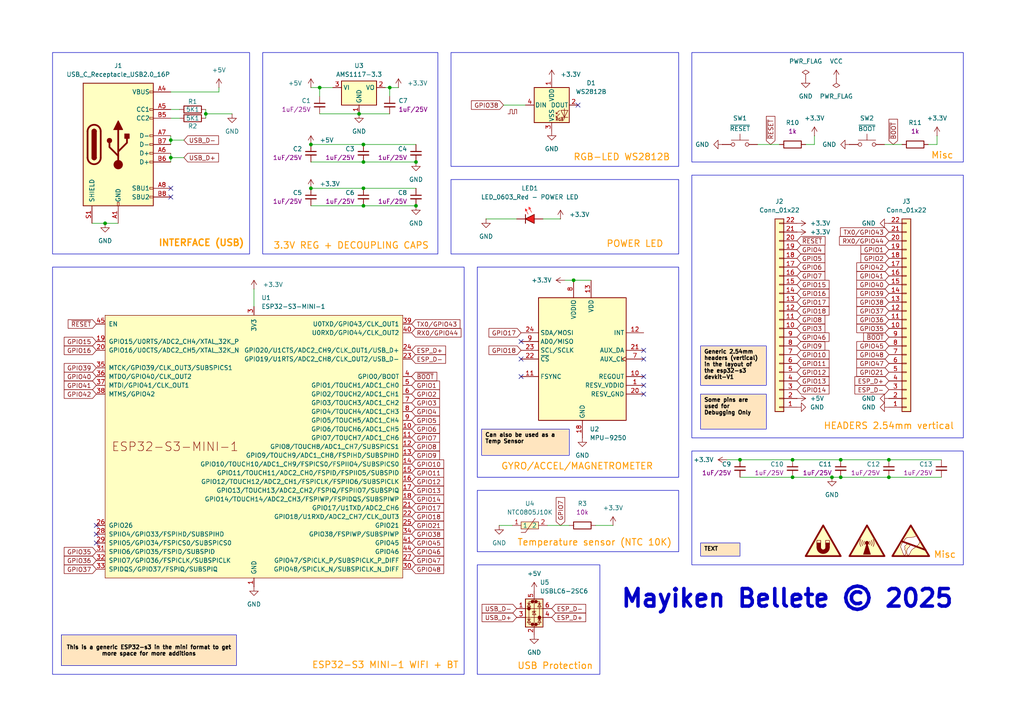
<source format=kicad_sch>
(kicad_sch (version 20250114) (generator "eeschema") (generator_version "9.0")
  (paper "A4")
  (lib_symbols
    (symbol "Connector:USB_C_Receptacle_USB2.0_16P" (pin_names (offset 1.016))
      (property "Reference" "J" (at 0 22.225 0))
      (property "Value" "USB_C_Receptacle_USB2.0_16P" (at 0 19.685 0))
      (symbol "USB_C_Receptacle_USB2.0_16P_1_1"
        (pin passive line (at -7.62 -22.86 90) (length 5.08) (name "SHIELD") (number "S1"))
        (pin passive line (at 0 -22.86 90) (length 5.08) (name "GND") (number "A1"))
        (pin passive line (at 0 -22.86 90) (length 5.08) (hide yes) (name "GND") (number "A12"))
        (pin passive line (at 0 -22.86 90) (length 5.08) (hide yes) (name "GND") (number "B1"))
        (pin passive line (at 0 -22.86 90) (length 5.08) (hide yes) (name "GND") (number "B12"))
        (pin passive line (at 15.24 15.24 180) (length 5.08) (name "VBUS") (number "A4"))
        (pin passive line (at 15.24 15.24 180) (length 5.08) (hide yes) (name "VBUS") (number "A9"))
        (pin passive line (at 15.24 15.24 180) (length 5.08) (hide yes) (name "VBUS") (number "B4"))
        (pin passive line (at 15.24 15.24 180) (length 5.08) (hide yes) (name "VBUS") (number "B9"))
        (pin bidirectional line (at 15.24 10.16 180) (length 5.08) (name "CC1") (number "A5"))
        (pin bidirectional line (at 15.24 7.62 180) (length 5.08) (name "CC2") (number "B5"))
        (pin bidirectional line (at 15.24 2.54 180) (length 5.08) (name "D-") (number "A7"))
        (pin bidirectional line (at 15.24 0 180) (length 5.08) (name "D-") (number "B7"))
        (pin bidirectional line (at 15.24 -2.54 180) (length 5.08) (name "D+") (number "A6"))
        (pin bidirectional line (at 15.24 -5.08 180) (length 5.08) (name "D+") (number "B6"))
        (pin bidirectional line (at 15.24 -12.7 180) (length 5.08) (name "SBU1") (number "A8"))
        (pin bidirectional line (at 15.24 -15.24 180) (length 5.08) (name "SBU2") (number "B8"))
      )
    )
    (symbol "Connector_Generic:Conn_01x22" (pin_names (offset 1.016) (hide yes))
      (property "Reference" "J" (at 0 27.94 0))
      (property "Value" "Conn_01x22" (at 0 -30.48 0))
      (symbol "Conn_01x22_1_1"
        (pin passive line (at -5.08 25.4 0) (length 3.81) (name "Pin_1") (number "1"))
        (pin passive line (at -5.08 22.86 0) (length 3.81) (name "Pin_2") (number "2"))
        (pin passive line (at -5.08 20.32 0) (length 3.81) (name "Pin_3") (number "3"))
        (pin passive line (at -5.08 17.78 0) (length 3.81) (name "Pin_4") (number "4"))
        (pin passive line (at -5.08 15.24 0) (length 3.81) (name "Pin_5") (number "5"))
        (pin passive line (at -5.08 12.7 0) (length 3.81) (name "Pin_6") (number "6"))
        (pin passive line (at -5.08 10.16 0) (length 3.81) (name "Pin_7") (number "7"))
        (pin passive line (at -5.08 7.62 0) (length 3.81) (name "Pin_8") (number "8"))
        (pin passive line (at -5.08 5.08 0) (length 3.81) (name "Pin_9") (number "9"))
        (pin passive line (at -5.08 2.54 0) (length 3.81) (name "Pin_10") (number "10"))
        (pin passive line (at -5.08 0 0) (length 3.81) (name "Pin_11") (number "11"))
        (pin passive line (at -5.08 -2.54 0) (length 3.81) (name "Pin_12") (number "12"))
        (pin passive line (at -5.08 -5.08 0) (length 3.81) (name "Pin_13") (number "13"))
        (pin passive line (at -5.08 -7.62 0) (length 3.81) (name "Pin_14") (number "14"))
        (pin passive line (at -5.08 -10.16 0) (length 3.81) (name "Pin_15") (number "15"))
        (pin passive line (at -5.08 -12.7 0) (length 3.81) (name "Pin_16") (number "16"))
        (pin passive line (at -5.08 -15.24 0) (length 3.81) (name "Pin_17") (number "17"))
        (pin passive line (at -5.08 -17.78 0) (length 3.81) (name "Pin_18") (number "18"))
        (pin passive line (at -5.08 -20.32 0) (length 3.81) (name "Pin_19") (number "19"))
        (pin passive line (at -5.08 -22.86 0) (length 3.81) (name "Pin_20") (number "20"))
        (pin passive line (at -5.08 -25.4 0) (length 3.81) (name "Pin_21") (number "21"))
        (pin passive line (at -5.08 -27.94 0) (length 3.81) (name "Pin_22") (number "22"))
      )
    )
    (symbol "Device:R" (pin_numbers (hide yes)) (pin_names (offset 0))
      (property "Reference" "R" (at 2.032 0 90))
      (property "Value" "R" (at 0 0 90))
      (symbol "R_1_1"
        (pin passive line (at 0 3.81 270) (length 1.27) (name "~") (number "1"))
        (pin passive line (at 0 -3.81 90) (length 1.27) (name "~") (number "2"))
      )
    )
    (symbol "EasyEDA2Kicad:NTC0805J10K"
      (property "Reference" "U" (at 0 5.08 0))
      (property "Value" "NTC0805J10K" (at 0 -5.08 0))
      (symbol "NTC0805J10K_0_1"
        (pin unspecified line (at -5.08 0 0) (length 2.54) (name "1") (number "1"))
        (pin unspecified line (at 5.08 0 180) (length 2.54) (name "2") (number "2"))
      )
    )
    (symbol "Graphic:SYM_ESD_Large" (in_bom no) (on_board no))
    (symbol "Graphic:SYM_Magnet_Large" (in_bom no) (on_board no))
    (symbol "Graphic:SYM_Radio_Waves_Large" (in_bom no) (on_board no))
    (symbol "LED:WS2812B" (pin_names (offset 0.254))
      (property "Reference" "D" (at 5.08 5.715 0))
      (property "Value" "WS2812B" (at 1.27 -5.715 0))
      (symbol "WS2812B_0_0"
        (text "RGB" (at 2.286 -4.191 0) (effects (font (size 0.762 0.762))))
      )
      (symbol "WS2812B_1_1"
        (pin input line (at -7.62 0 0) (length 2.54) (name "DIN") (number "4"))
        (pin power_in line (at 0 7.62 270) (length 2.54) (name "VDD") (number "1"))
        (pin power_in line (at 0 -7.62 90) (length 2.54) (name "VSS") (number "3"))
        (pin output line (at 7.62 0 180) (length 2.54) (name "DOUT") (number "2"))
      )
    )
    (symbol "PCM_4ms_Capacitor:1uF_0603_25V" (pin_numbers (hide yes)) (pin_names (offset 0.254) (hide yes))
      (property "Reference" "C" (at 1.905 1.27 0))
      (property "Display" "1uF/25V" (at 1.905 -1.27 0))
      (symbol "1uF_0603_25V_1_1"
        (pin passive line (at 0 2.54 270) (length 2.032) (name "~") (number "1"))
        (pin passive line (at 0 -2.54 90) (length 2.032) (name "~") (number "2"))
      )
    )
    (symbol "PCM_4ms_Resistor:10k_0603" (pin_numbers (hide yes)) (pin_names (offset 0))
      (property "Reference" "R" (at 2.032 0 90))
      (property "Display" "10k" (at 3.81 0 90))
      (symbol "10k_0603_1_1"
        (pin passive line (at 0 3.81 270) (length 1.27) (name "~") (number "1"))
        (pin passive line (at 0 -3.81 90) (length 1.27) (name "~") (number "2"))
      )
    )
    (symbol "PCM_4ms_Resistor:1k_0603" (pin_numbers (hide yes)) (pin_names (offset 0))
      (property "Reference" "R" (at 2.032 0 90))
      (property "Display" "1k" (at 3.81 0 90))
      (symbol "1k_0603_1_1"
        (pin passive line (at 0 3.81 270) (length 1.27) (name "~") (number "1"))
        (pin passive line (at 0 -3.81 90) (length 1.27) (name "~") (number "2"))
      )
    )
    (symbol "PCM_Espressif:ESP32-S3-MINI-1" (pin_names (offset 1.016))
      (property "Reference" "U" (at -43.18 43.18 0))
      (property "Value" "ESP32-S3-MINI-1" (at -43.18 40.64 0))
      (symbol "ESP32-S3-MINI-1_0_0"
        (text "ESP32-S3-MINI-1" (at -22.86 0 0) (effects (font (size 2.54 2.54))))
        (pin input line (at -45.72 35.56 0) (length 2.54) (name "EN") (number "45"))
        (pin bidirectional line (at -45.72 30.48 0) (length 2.54) (name "GPIO15/U0RTS/ADC2_CH4/XTAL_32K_P") (number "19"))
        (pin bidirectional line (at -45.72 27.94 0) (length 2.54) (name "GPIO16/U0CTS/ADC2_CH5/XTAL_32K_N") (number "20"))
        (pin bidirectional line (at -45.72 22.86 0) (length 2.54) (name "MTCK/GPIO39/CLK_OUT3/SUBSPICS1") (number "35"))
        (pin bidirectional line (at -45.72 20.32 0) (length 2.54) (name "MTDO/GPIO40/CLK_OUT2") (number "36"))
        (pin bidirectional line (at -45.72 17.78 0) (length 2.54) (name "MTDI/GPIO41/CLK_OUT1") (number "37"))
        (pin bidirectional line (at -45.72 15.24 0) (length 2.54) (name "MTMS/GPIO42") (number "38"))
        (pin bidirectional line (at -45.72 -22.86 0) (length 2.54) (name "GPIO26") (number "26"))
        (pin bidirectional line (at -45.72 -25.4 0) (length 2.54) (name "SPIIO4/GPIO33/FSPIHD/SUBSPIHD") (number "28"))
        (pin bidirectional line (at -45.72 -27.94 0) (length 2.54) (name "SPIIO5/GPIO34/FSPICS0/SUBSPICS0") (number "29"))
        (pin bidirectional line (at -45.72 -30.48 0) (length 2.54) (name "SPIIO6/GPIO35/FSPID/SUBSPID") (number "31"))
        (pin bidirectional line (at -45.72 -33.02 0) (length 2.54) (name "SPIIO7/GPIO36/FSPICLK/SUBSPICLK") (number "32"))
        (pin bidirectional line (at -45.72 -35.56 0) (length 2.54) (name "SPIDQS/GPIO37/FSPIQ/SUBSPIQ") (number "33"))
        (pin power_in line (at 0 40.64 270) (length 2.54) (name "3V3") (number "3"))
        (pin power_in line (at 0 -40.64 90) (length 2.54) (name "GND") (number "1"))
        (pin passive line (at 0 -40.64 90) (length 2.54) (hide yes) (name "GND") (number "2"))
        (pin passive line (at 0 -40.64 90) (length 2.54) (hide yes) (name "GND") (number "42"))
        (pin passive line (at 0 -40.64 90) (length 2.54) (hide yes) (name "GND") (number "43"))
        (pin passive line (at 0 -40.64 90) (length 2.54) (hide yes) (name "GND") (number "46"))
        (pin passive line (at 0 -40.64 90) (length 2.54) (hide yes) (name "GND") (number "47"))
        (pin passive line (at 0 -40.64 90) (length 2.54) (hide yes) (name "GND") (number "48"))
        (pin passive line (at 0 -40.64 90) (length 2.54) (hide yes) (name "GND") (number "49"))
        (pin passive line (at 0 -40.64 90) (length 2.54) (hide yes) (name "GND") (number "50"))
        (pin passive line (at 0 -40.64 90) (length 2.54) (hide yes) (name "GND") (number "51"))
        (pin passive line (at 0 -40.64 90) (length 2.54) (hide yes) (name "GND") (number "52"))
        (pin passive line (at 0 -40.64 90) (length 2.54) (hide yes) (name "GND") (number "53"))
        (pin passive line (at 0 -40.64 90) (length 2.54) (hide yes) (name "GND") (number "54"))
        (pin passive line (at 0 -40.64 90) (length 2.54) (hide yes) (name "GND") (number "55"))
        (pin passive line (at 0 -40.64 90) (length 2.54) (hide yes) (name "GND") (number "56"))
        (pin passive line (at 0 -40.64 90) (length 2.54) (hide yes) (name "GND") (number "57"))
        (pin passive line (at 0 -40.64 90) (length 2.54) (hide yes) (name "GND") (number "58"))
        (pin passive line (at 0 -40.64 90) (length 2.54) (hide yes) (name "GND") (number "59"))
        (pin passive line (at 0 -40.64 90) (length 2.54) (hide yes) (name "GND") (number "60"))
        (pin passive line (at 0 -40.64 90) (length 2.54) (hide yes) (name "GND") (number "61"))
        (pin passive line (at 0 -40.64 90) (length 2.54) (hide yes) (name "GND") (number "62"))
        (pin passive line (at 0 -40.64 90) (length 2.54) (hide yes) (name "GND") (number "63"))
        (pin passive line (at 0 -40.64 90) (length 2.54) (hide yes) (name "GND") (number "64"))
        (pin passive line (at 0 -40.64 90) (length 2.54) (hide yes) (name "GND") (number "65"))
        (pin bidirectional line (at 45.72 35.56 180) (length 2.54) (name "U0TXD/GPIO43/CLK_OUT1") (number "39"))
        (pin bidirectional line (at 45.72 33.02 180) (length 2.54) (name "U0RXD/GPIO44/CLK_OUT2") (number "40"))
        (pin bidirectional line (at 45.72 27.94 180) (length 2.54) (name "GPIO20/U1CTS/ADC2_CH9/CLK_OUT1/USB_D+") (number "24"))
        (pin bidirectional line (at 45.72 25.4 180) (length 2.54) (name "GPIO19/U1RTS/ADC2_CH8/CLK_OUT2/USB_D-") (number "23"))
        (pin bidirectional line (at 45.72 20.32 180) (length 2.54) (name "GPIO0/BOOT") (number "4"))
        (pin bidirectional line (at 45.72 17.78 180) (length 2.54) (name "GPIO1/TOUCH1/ADC1_CH0") (number "5"))
        (pin bidirectional line (at 45.72 15.24 180) (length 2.54) (name "GPIO2/TOUCH2/ADC1_CH1") (number "6"))
        (pin bidirectional line (at 45.72 12.7 180) (length 2.54) (name "GPIO3/TOUCH3/ADC1_CH2") (number "7"))
        (pin bidirectional line (at 45.72 10.16 180) (length 2.54) (name "GPIO4/TOUCH4/ADC1_CH3") (number "8"))
        (pin bidirectional line (at 45.72 7.62 180) (length 2.54) (name "GPIO5/TOUCH5/ADC1_CH4") (number "9"))
        (pin bidirectional line (at 45.72 5.08 180) (length 2.54) (name "GPIO6/TOUCH6/ADC1_CH5") (number "10"))
        (pin bidirectional line (at 45.72 2.54 180) (length 2.54) (name "GPIO7/TOUCH7/ADC1_CH6") (number "11"))
        (pin bidirectional line (at 45.72 0 180) (length 2.54) (name "GPIO8/TOUCH8/ADC1_CH7/SUBSPICS1") (number "12"))
        (pin bidirectional line (at 45.72 -2.54 180) (length 2.54) (name "GPIO9/TOUCH9/ADC1_CH8/FSPIHD/SUBSPIHD") (number "13"))
        (pin bidirectional line (at 45.72 -5.08 180) (length 2.54) (name "GPIO10/TOUCH10/ADC1_CH9/FSPICS0/FSPIIO4/SUBSPICS0") (number "14"))
        (pin bidirectional line (at 45.72 -7.62 180) (length 2.54) (name "GPIO11/TOUCH11/ADC2_CH0/FSPID/FSPIIO5/SUBSPID") (number "15"))
        (pin bidirectional line (at 45.72 -10.16 180) (length 2.54) (name "GPIO12/TOUCH12/ADC2_CH1/FSPICLK/FSPIIO6/SUBSPICLK") (number "16"))
        (pin bidirectional line (at 45.72 -12.7 180) (length 2.54) (name "GPIO13/TOUCH13/ADC2_CH2/FSPIQ/FSPIIO7/SUBSPIQ") (number "17"))
        (pin bidirectional line (at 45.72 -15.24 180) (length 2.54) (name "GPIO14/TOUCH14/ADC2_CH3/FSPIWP/FSPIDQS/SUBSPIWP") (number "18"))
        (pin bidirectional line (at 45.72 -17.78 180) (length 2.54) (name "GPIO17/U1TXD/ADC2_CH6") (number "21"))
        (pin bidirectional line (at 45.72 -20.32 180) (length 2.54) (name "GPIO18/U1RXD/ADC2_CH7/CLK_OUT3") (number "22"))
        (pin bidirectional line (at 45.72 -22.86 180) (length 2.54) (name "GPIO21") (number "25"))
        (pin bidirectional line (at 45.72 -25.4 180) (length 2.54) (name "GPIO38/FSPIWP/SUBSPIWP") (number "34"))
        (pin bidirectional line (at 45.72 -27.94 180) (length 2.54) (name "GPIO45") (number "41"))
        (pin bidirectional line (at 45.72 -30.48 180) (length 2.54) (name "GPIO46") (number "44"))
        (pin bidirectional line (at 45.72 -33.02 180) (length 2.54) (name "GPIO47/SPICLK_P/SUBSPICLK_P_DIFF") (number "27"))
        (pin bidirectional line (at 45.72 -35.56 180) (length 2.54) (name "GPIO48/SPICLK_N/SUBSPICLK_N_DIFF") (number "30"))
      )
    )
    (symbol "PCM_Graphics_AKL:Square_Small" (in_bom no) (on_board no))
    (symbol "PCM_LED_AKL:LED_0603_Red" (pin_numbers (hide yes)) (pin_names (offset 1.016) (hide yes))
      (property "Reference" "LED" (at 0 7.62 0))
      (property "Value" "LED_0603_Red" (at 0 5.08 0))
      (symbol "LED_0603_Red_1_1"
        (pin passive line (at -3.81 0 0) (length 2.54) (name "A") (number "2"))
        (pin passive line (at 3.81 0 180) (length 2.54) (name "K") (number "1"))
      )
      (symbol "LED_0603_Red_1_2"
        (pin passive line (at -2.54 -2.54 0) (length 0) (name "A") (number "2"))
        (pin passive line (at 2.54 2.54 180) (length 0) (name "K") (number "1"))
      )
    )
    (symbol "Power_Protection:USBLC6-2SC6" (pin_names (hide yes))
      (property "Reference" "U" (at 0.635 5.715 0))
      (property "Value" "USBLC6-2SC6" (at 0.635 3.81 0))
      (symbol "USBLC6-2SC6_1_1"
        (pin passive line (at -5.08 0 0) (length 2.54) (name "I/O1") (number "1"))
        (pin passive line (at -5.08 -2.54 0) (length 2.54) (name "I/O2") (number "3"))
        (pin passive line (at 0 5.08 270) (length 2.54) (name "VBUS") (number "5"))
        (pin passive line (at 0 -7.62 90) (length 2.54) (name "GND") (number "2"))
        (pin passive line (at 5.08 0 180) (length 2.54) (name "I/O1") (number "6"))
        (pin passive line (at 5.08 -2.54 180) (length 2.54) (name "I/O2") (number "4"))
      )
    )
    (symbol "Regulator_Linear:AMS1117-3.3"
      (property "Reference" "U" (at -3.81 3.175 0))
      (property "Value" "AMS1117-3.3" (at 0 3.175 0))
      (symbol "AMS1117-3.3_1_1"
        (pin power_in line (at -7.62 0 0) (length 2.54) (name "VI") (number "3"))
        (pin power_in line (at 0 -7.62 90) (length 2.54) (name "GND") (number "1"))
        (pin power_out line (at 7.62 0 180) (length 2.54) (name "VO") (number "2"))
      )
    )
    (symbol "Sensor_Motion:MPU-9250"
      (property "Reference" "U" (at -11.43 19.05 0))
      (property "Value" "MPU-9250" (at 7.62 -19.05 0))
      (symbol "MPU-9250_1_1"
        (pin bidirectional line (at -17.78 7.62 0) (length 5.08) (name "SDA/MOSI") (number "24"))
        (pin bidirectional line (at -17.78 5.08 0) (length 5.08) (name "AD0/MISO") (number "9"))
        (pin input line (at -17.78 2.54 0) (length 5.08) (name "SCL/SCLK") (number "23"))
        (pin input line (at -17.78 0 0) (length 5.08) (name "~{CS}") (number "22"))
        (pin input line (at -17.78 -5.08 0) (length 5.08) (name "FSYNC") (number "11"))
        (pin power_in line (at -2.54 22.86 270) (length 5.08) (name "VDDIO") (number "8"))
        (pin power_in line (at 0 -22.86 90) (length 5.08) (name "GND") (number "18"))
        (pin power_in line (at 2.54 22.86 270) (length 5.08) (name "VDD") (number "13"))
        (pin output line (at 17.78 7.62 180) (length 5.08) (name "INT") (number "12"))
        (pin bidirectional line (at 17.78 2.54 180) (length 5.08) (name "AUX_DA") (number "21"))
        (pin output clock (at 17.78 0 180) (length 5.08) (name "AUX_CL") (number "7"))
        (pin passive line (at 17.78 -5.08 180) (length 5.08) (name "REGOUT") (number "10"))
        (pin input line (at 17.78 -7.62 180) (length 5.08) (name "RESV_VDDIO") (number "1"))
        (pin power_in line (at 17.78 -10.16 180) (length 5.08) (name "RESV_GND") (number "20"))
      )
    )
    (symbol "Switch:SW_Push" (pin_numbers (hide yes)) (pin_names (offset 1.016) (hide yes))
      (property "Reference" "SW" (at 1.27 2.54 0))
      (property "Value" "SW_Push" (at 0 -1.524 0))
      (symbol "SW_Push_0_1"
        (pin passive line (at -5.08 0 0) (length 2.54) (name "1") (number "1"))
        (pin passive line (at 5.08 0 180) (length 2.54) (name "2") (number "2"))
      )
    )
    (symbol "power:+3.3V" (power) (pin_numbers (hide yes)) (pin_names (offset 0) (hide yes))
      (property "Value" "+3.3V" (at 0 3.556 0))
      (symbol "+3.3V_1_1"
        (pin power_in line (at 0 0 90) (length 0) (name "~") (number "1"))
      )
    )
    (symbol "power:+5V" (power) (pin_numbers (hide yes)) (pin_names (offset 0) (hide yes))
      (property "Value" "+5V" (at 0 3.556 0))
      (symbol "+5V_1_1"
        (pin power_in line (at 0 0 90) (length 0) (name "~") (number "1"))
      )
    )
    (symbol "power:GND" (power) (pin_numbers (hide yes)) (pin_names (offset 0) (hide yes))
      (property "Value" "GND" (at 0 -3.81 0))
      (symbol "GND_1_1"
        (pin power_in line (at 0 0 270) (length 0) (name "~") (number "1"))
      )
    )
    (symbol "power:PWR_FLAG" (power) (pin_numbers (hide yes)) (pin_names (offset 0) (hide yes))
      (property "Value" "PWR_FLAG" (at 0 3.81 0))
      (symbol "PWR_FLAG_0_0"
        (pin power_out line (at 0 0 90) (length 0) (name "~") (number "1"))
      )
    )
    (symbol "power:VCC" (power) (pin_numbers (hide yes)) (pin_names (offset 0) (hide yes))
      (property "Value" "VCC" (at 0 3.556 0))
      (symbol "VCC_1_1"
        (pin power_in line (at 0 0 90) (length 0) (name "~") (number "1"))
      )
    )
  )
  (rectangle (start 130.81 52.07) (end 196.85 73.66))
  (rectangle (start 138.43 163.83) (end 173.99 195.58))
  (rectangle (start 15.24 15.24) (end 72.39 73.66))
  (rectangle (start 138.43 142.24) (end 196.85 160.02))
  (rectangle (start 138.43 77.47) (end 196.85 138.43))
  (rectangle (start 200.66 15.24) (end 279.4 46.99))
  (rectangle (start 200.66 130.81) (end 279.4 163.83))
  (rectangle (start 76.2 15.24) (end 127 73.66))
  (rectangle (start 15.24 77.47) (end 134.62 195.58))
  (rectangle (start 200.66 50.8) (end 279.4 127))
  (rectangle (start 130.81 15.24) (end 196.85 48.26))
  (text "3.3V REG + DECOUPLING CAPS" (at 101.854 71.374 0) (effects (font (size 1.905 1.905) (thickness 0.254) (bold yes))))
  (text "Misc" (at 274.066 161.036 0) (effects (font (size 1.905 1.905) (thickness 0.254) (bold yes))))
  (text "POWER LED\n" (at 184.15 70.866 0) (effects (font (size 1.905 1.905) (thickness 0.254) (bold yes))))
  (text "Temperature sensor (NTC 10K)\n" (at 172.466 157.48 0) (effects (font (size 1.905 1.905) (thickness 0.254) (bold yes))))
  (text "USB Protection" (at 161.036 193.294 0) (effects (font (size 1.905 1.905) (thickness 0.254) (bold yes))))
  (text "Mayiken Bellete © 2025" (at 228.346 173.736 0) (effects (font (size 5.08 5.08) (bold yes))))
  (text "Misc" (at 273.304 45.212 0) (effects (font (size 1.905 1.905) (thickness 0.254) (bold yes))))
  (text "RGB-LED WS2812B" (at 180.34 45.72 0) (effects (font (size 1.905 1.905) (thickness 0.254) (bold yes))))
  (text "ESP32-S3 MINI-1 WIFI + BT" (at 111.76 193.04 0) (effects (font (size 1.905 1.905) (thickness 0.254) (bold yes))))
  (text "HEADERS 2.54mm vertical\n" (at 257.81 123.698 0) (effects (font (size 1.905 1.905) (thickness 0.254) (bold yes))))
  (text "INTERFACE (USB)" (at 58.42 70.612 0) (effects (font (size 1.905 1.905) (thickness 0.381) (bold yes))))
  (text "GYRO/ACCEL/MAGNETROMETER" (at 167.386 135.382 0) (effects (font (size 1.905 1.905) (thickness 0.254) (bold yes))))
  (text_box "Generic 2.54mm headers (vertical) in the layout of the esp32-s3 devkit-V1" (at 203.2 100.33 0) (size 19.05 11.43) (margins 0.9525 0.9525 0.9525 0.9525) (fill (type color) (color 255 229 191 1)) (effects (font (size 1.143 1.143) (thickness 0.254) (bold yes)) (justify left top)))
  (text_box "This is a generic ESP32-s3 in the mini format to get more space for more additions\n" (at 17.78 184.15 0) (size 50.8 8.89) (margins 0.9525 0.9525 0.9525 0.9525) (fill (type color) (color 255 229 191 1)) (effects (font (size 1.143 1.143) (thickness 0.254) (bold yes))))
  (text_box "Can also be used as a Temp Sensor" (at 139.7 124.46 0) (size 25.4 7.62) (margins 0.9525 0.9525 0.9525 0.9525) (fill (type color) (color 255 229 191 1)) (effects (font (size 1.143 1.143) (thickness 0.254) (bold yes)) (justify left top)))
  (text_box "Some pins are used for Debugging Only" (at 203.2 114.3 0) (size 19.05 10.16) (margins 0.9525 0.9525 0.9525 0.9525) (fill (type color) (color 255 229 191 1)) (effects (font (size 1.143 1.143) (thickness 0.254) (bold yes)) (justify left top)))
  (text_box "TEXT" (at 203.2 157.48 0) (size 11.43 3.81) (margins 0.9525 0.9525 0.9525 0.9525) (fill (type color) (color 255 229 191 1)) (effects (font (size 1.143 1.143) (thickness 0.254) (bold yes)) (justify left top)))
  (junction (at 113.03 25.4))
  (junction (at 257.81 138.43))
  (junction (at 104.14 33.02))
  (junction (at 49.53 40.64))
  (junction (at 229.87 138.43))
  (junction (at 243.84 133.35))
  (junction (at 241.3 138.43))
  (junction (at 214.63 133.35))
  (junction (at 105.41 46.99))
  (junction (at 105.41 59.69))
  (junction (at 120.65 46.99))
  (junction (at 229.87 133.35))
  (junction (at 92.71 25.4))
  (junction (at 59.69 33.02))
  (junction (at 105.41 41.91))
  (junction (at 105.41 54.61))
  (junction (at 90.17 54.61))
  (junction (at 90.17 41.91))
  (junction (at 49.53 45.72))
  (junction (at 257.81 133.35))
  (junction (at 243.84 138.43))
  (junction (at 30.48 64.77))
  (junction (at 166.37 81.28))
  (junction (at 120.65 59.69))
  (no_connect (at 186.69 111.76))
  (no_connect (at 49.53 57.15))
  (no_connect (at 186.69 109.22))
  (no_connect (at 186.69 104.14))
  (no_connect (at 186.69 114.3))
  (no_connect (at 27.94 157.48))
  (no_connect (at 167.64 30.48))
  (no_connect (at 151.13 104.14))
  (no_connect (at 27.94 152.4))
  (no_connect (at 151.13 109.22))
  (no_connect (at 186.69 101.6))
  (no_connect (at 151.13 99.06))
  (no_connect (at 49.53 54.61))
  (no_connect (at 27.94 154.94))
  (wire (pts (xy 236.22 39.37) (xy 236.22 41.91)))
  (wire (pts (xy 49.53 44.45) (xy 49.53 45.72)))
  (wire (pts (xy 243.84 133.35) (xy 257.81 133.35)))
  (wire (pts (xy 140.97 63.5) (xy 149.86 63.5)))
  (wire (pts (xy 257.81 133.35) (xy 273.05 133.35)))
  (wire (pts (xy 90.17 25.4) (xy 92.71 25.4)))
  (wire (pts (xy 49.53 26.67) (xy 63.5 26.67)))
  (wire (pts (xy 115.57 25.4) (xy 113.03 25.4)))
  (wire (pts (xy 90.17 59.69) (xy 105.41 59.69)))
  (wire (pts (xy 144.78 152.4) (xy 148.59 152.4)))
  (wire (pts (xy 271.78 41.91) (xy 269.24 41.91)))
  (wire (pts (xy 113.03 25.4) (xy 111.76 25.4)))
  (wire (pts (xy 105.41 59.69) (xy 120.65 59.69)))
  (wire (pts (xy 92.71 25.4) (xy 92.71 27.94)))
  (wire (pts (xy 49.53 40.64) (xy 49.53 41.91)))
  (wire (pts (xy 166.37 81.28) (xy 171.45 81.28)))
  (wire (pts (xy 52.07 34.29) (xy 49.53 34.29)))
  (wire (pts (xy 90.17 54.61) (xy 105.41 54.61)))
  (wire (pts (xy 210.82 133.35) (xy 214.63 133.35)))
  (wire (pts (xy 236.22 41.91) (xy 233.68 41.91)))
  (wire (pts (xy 73.66 83.82) (xy 73.66 88.9)))
  (wire (pts (xy 256.54 41.91) (xy 261.62 41.91)))
  (wire (pts (xy 172.72 152.4) (xy 177.8 152.4)))
  (wire (pts (xy 49.53 45.72) (xy 49.53 46.99)))
  (wire (pts (xy 90.17 46.99) (xy 105.41 46.99)))
  (wire (pts (xy 59.69 33.02) (xy 59.69 34.29)))
  (wire (pts (xy 219.71 41.91) (xy 226.06 41.91)))
  (wire (pts (xy 214.63 138.43) (xy 229.87 138.43)))
  (wire (pts (xy 26.67 64.77) (xy 30.48 64.77)))
  (wire (pts (xy 229.87 133.35) (xy 243.84 133.35)))
  (wire (pts (xy 113.03 25.4) (xy 113.03 27.94)))
  (wire (pts (xy 229.87 138.43) (xy 241.3 138.43)))
  (wire (pts (xy 49.53 39.37) (xy 49.53 40.64)))
  (wire (pts (xy 52.07 31.75) (xy 49.53 31.75)))
  (wire (pts (xy 104.14 33.02) (xy 113.03 33.02)))
  (wire (pts (xy 59.69 33.02) (xy 67.31 33.02)))
  (wire (pts (xy 271.78 39.37) (xy 271.78 41.91)))
  (wire (pts (xy 241.3 138.43) (xy 243.84 138.43)))
  (wire (pts (xy 53.34 45.72) (xy 49.53 45.72)))
  (wire (pts (xy 92.71 33.02) (xy 104.14 33.02)))
  (wire (pts (xy 105.41 41.91) (xy 120.65 41.91)))
  (wire (pts (xy 53.34 40.64) (xy 49.53 40.64)))
  (wire (pts (xy 214.63 133.35) (xy 229.87 133.35)))
  (wire (pts (xy 59.69 31.75) (xy 59.69 33.02)))
  (wire (pts (xy 92.71 25.4) (xy 96.52 25.4)))
  (wire (pts (xy 90.17 41.91) (xy 105.41 41.91)))
  (wire (pts (xy 157.48 63.5) (xy 162.56 63.5)))
  (wire (pts (xy 243.84 138.43) (xy 257.81 138.43)))
  (wire (pts (xy 257.81 138.43) (xy 273.05 138.43)))
  (wire (pts (xy 163.83 81.28) (xy 166.37 81.28)))
  (wire (pts (xy 105.41 46.99) (xy 120.65 46.99)))
  (wire (pts (xy 30.48 64.77) (xy 34.29 64.77)))
  (wire (pts (xy 63.5 25.4) (xy 63.5 26.67)))
  (wire (pts (xy 158.75 152.4) (xy 165.1 152.4)))
  (wire (pts (xy 105.41 54.61) (xy 120.65 54.61)))
  (wire (pts (xy 146.05 30.48) (xy 152.4 30.48)))
  (image (at 375.92 86.36))
  (global_label "GPIO7" (shape input) (at 119.38 127 0) (property "Intersheetrefs" "${INTERSHEET_REFS}" (effects (hide yes))))
  (global_label "ESP_D+" (shape input) (at 257.81 110.49 180) (property "Intersheetrefs" "${INTERSHEET_REFS}" (effects (hide yes))))
  (global_label "GPIO3" (shape input) (at 119.38 116.84 0) (property "Intersheetrefs" "${INTERSHEET_REFS}" (effects (hide yes))))
  (global_label "GPIO1" (shape input) (at 257.81 72.39 180) (property "Intersheetrefs" "${INTERSHEET_REFS}" (effects (hide yes))))
  (global_label "GPIO10" (shape input) (at 231.14 102.87 0) (property "Intersheetrefs" "${INTERSHEET_REFS}" (effects (hide yes))))
  (global_label "GPIO45" (shape input) (at 257.81 100.33 180) (property "Intersheetrefs" "${INTERSHEET_REFS}" (effects (hide yes))))
  (global_label "GPIO21" (shape input) (at 119.38 152.4 0) (property "Intersheetrefs" "${INTERSHEET_REFS}" (effects (hide yes))))
  (global_label "GPIO36" (shape input) (at 27.94 162.56 180) (property "Intersheetrefs" "${INTERSHEET_REFS}" (effects (hide yes))))
  (global_label "GPIO35" (shape input) (at 257.81 95.25 180) (property "Intersheetrefs" "${INTERSHEET_REFS}" (effects (hide yes))))
  (global_label "TX0{slash}GPIO43" (shape input) (at 257.81 67.31 180) (property "Intersheetrefs" "${INTERSHEET_REFS}" (effects (hide yes))))
  (global_label "GPIO13" (shape input) (at 119.38 142.24 0) (property "Intersheetrefs" "${INTERSHEET_REFS}" (effects (hide yes))))
  (global_label "GPIO36" (shape input) (at 257.81 92.71 180) (property "Intersheetrefs" "${INTERSHEET_REFS}" (effects (hide yes))))
  (global_label "TX0{slash}GPIO43" (shape input) (at 119.38 93.98 0) (property "Intersheetrefs" "${INTERSHEET_REFS}" (effects (hide yes))))
  (global_label "GPIO13" (shape input) (at 231.14 110.49 0) (property "Intersheetrefs" "${INTERSHEET_REFS}" (effects (hide yes))))
  (global_label "GPIO7" (shape input) (at 162.56 152.4 90) (property "Intersheetrefs" "${INTERSHEET_REFS}" (effects (hide yes))))
  (global_label "GPIO3" (shape input) (at 231.14 95.25 0) (property "Intersheetrefs" "${INTERSHEET_REFS}" (effects (hide yes))))
  (global_label "GPIO14" (shape input) (at 119.38 144.78 0) (property "Intersheetrefs" "${INTERSHEET_REFS}" (effects (hide yes))))
  (global_label "GPIO11" (shape input) (at 231.14 105.41 0) (property "Intersheetrefs" "${INTERSHEET_REFS}" (effects (hide yes))))
  (global_label "GPIO48" (shape input) (at 257.81 102.87 180) (property "Intersheetrefs" "${INTERSHEET_REFS}" (effects (hide yes))))
  (global_label "~{RESET}" (shape input) (at 27.94 93.98 180) (property "Intersheetrefs" "${INTERSHEET_REFS}" (effects (hide yes))))
  (global_label "GPIO12" (shape input) (at 231.14 107.95 0) (property "Intersheetrefs" "${INTERSHEET_REFS}" (effects (hide yes))))
  (global_label "GPIO21" (shape input) (at 257.81 107.95 180) (property "Intersheetrefs" "${INTERSHEET_REFS}" (effects (hide yes))))
  (global_label "GPIO42" (shape input) (at 27.94 114.3 180) (property "Intersheetrefs" "${INTERSHEET_REFS}" (effects (hide yes))))
  (global_label "GPIO9" (shape input) (at 119.38 132.08 0) (property "Intersheetrefs" "${INTERSHEET_REFS}" (effects (hide yes))))
  (global_label "GPIO1" (shape input) (at 119.38 111.76 0) (property "Intersheetrefs" "${INTERSHEET_REFS}" (effects (hide yes))))
  (global_label "~{BOOT}" (shape input) (at 257.81 97.79 180) (property "Intersheetrefs" "${INTERSHEET_REFS}" (effects (hide yes))))
  (global_label "GPIO9" (shape input) (at 231.14 100.33 0) (property "Intersheetrefs" "${INTERSHEET_REFS}" (effects (hide yes))))
  (global_label "GPIO15" (shape input) (at 27.94 99.06 180) (property "Intersheetrefs" "${INTERSHEET_REFS}" (effects (hide yes))))
  (global_label "GPIO7" (shape input) (at 231.14 80.01 0) (property "Intersheetrefs" "${INTERSHEET_REFS}" (effects (hide yes))))
  (global_label "ESP_D-" (shape input) (at 160.02 176.53 0) (property "Intersheetrefs" "${INTERSHEET_REFS}" (effects (hide yes))))
  (global_label "GPIO42" (shape input) (at 257.81 77.47 180) (property "Intersheetrefs" "${INTERSHEET_REFS}" (effects (hide yes))))
  (global_label "GPIO41" (shape input) (at 27.94 111.76 180) (property "Intersheetrefs" "${INTERSHEET_REFS}" (effects (hide yes))))
  (global_label "GPIO6" (shape input) (at 119.38 124.46 0) (property "Intersheetrefs" "${INTERSHEET_REFS}" (effects (hide yes))))
  (global_label "GPIO2" (shape input) (at 119.38 114.3 0) (property "Intersheetrefs" "${INTERSHEET_REFS}" (effects (hide yes))))
  (global_label "ESP_D+" (shape input) (at 119.38 101.6 0) (property "Intersheetrefs" "${INTERSHEET_REFS}" (effects (hide yes))))
  (global_label "GPIO37" (shape input) (at 257.81 90.17 180) (property "Intersheetrefs" "${INTERSHEET_REFS}" (effects (hide yes))))
  (global_label "GPIO18" (shape input) (at 119.38 149.86 0) (property "Intersheetrefs" "${INTERSHEET_REFS}" (effects (hide yes))))
  (global_label "GPIO41" (shape input) (at 257.81 80.01 180) (property "Intersheetrefs" "${INTERSHEET_REFS}" (effects (hide yes))))
  (global_label "GPIO11" (shape input) (at 119.38 137.16 0) (property "Intersheetrefs" "${INTERSHEET_REFS}" (effects (hide yes))))
  (global_label "GPIO12" (shape input) (at 119.38 139.7 0) (property "Intersheetrefs" "${INTERSHEET_REFS}" (effects (hide yes))))
  (global_label "GPIO18" (shape input) (at 151.13 101.6 180) (property "Intersheetrefs" "${INTERSHEET_REFS}" (effects (hide yes))))
  (global_label "USB_D-" (shape input) (at 149.86 176.53 180) (property "Intersheetrefs" "${INTERSHEET_REFS}" (effects (hide yes))))
  (global_label "~{RESET}" (shape input) (at 231.14 69.85 0) (property "Intersheetrefs" "${INTERSHEET_REFS}" (effects (hide yes))))
  (global_label "GPIO47" (shape input) (at 257.81 105.41 180) (property "Intersheetrefs" "${INTERSHEET_REFS}" (effects (hide yes))))
  (global_label "GPIO8" (shape input) (at 231.14 92.71 0) (property "Intersheetrefs" "${INTERSHEET_REFS}" (effects (hide yes))))
  (global_label "GPIO6" (shape input) (at 231.14 77.47 0) (property "Intersheetrefs" "${INTERSHEET_REFS}" (effects (hide yes))))
  (global_label "GPIO17" (shape input) (at 231.14 87.63 0) (property "Intersheetrefs" "${INTERSHEET_REFS}" (effects (hide yes))))
  (global_label "GPIO47" (shape input) (at 119.38 162.56 0) (property "Intersheetrefs" "${INTERSHEET_REFS}" (effects (hide yes))))
  (global_label "GPIO35" (shape input) (at 27.94 160.02 180) (property "Intersheetrefs" "${INTERSHEET_REFS}" (effects (hide yes))))
  (global_label "GPIO46" (shape input) (at 231.14 97.79 0) (property "Intersheetrefs" "${INTERSHEET_REFS}" (effects (hide yes))))
  (global_label "ESP_D-" (shape input) (at 257.81 113.03 180) (property "Intersheetrefs" "${INTERSHEET_REFS}" (effects (hide yes))))
  (global_label "GPIO2" (shape input) (at 257.81 74.93 180) (property "Intersheetrefs" "${INTERSHEET_REFS}" (effects (hide yes))))
  (global_label "GPIO14" (shape input) (at 231.14 113.03 0) (property "Intersheetrefs" "${INTERSHEET_REFS}" (effects (hide yes))))
  (global_label "GPIO17" (shape input) (at 119.38 147.32 0) (property "Intersheetrefs" "${INTERSHEET_REFS}" (effects (hide yes))))
  (global_label "GPIO4" (shape input) (at 231.14 72.39 0) (property "Intersheetrefs" "${INTERSHEET_REFS}" (effects (hide yes))))
  (global_label "GPIO37" (shape input) (at 27.94 165.1 180) (property "Intersheetrefs" "${INTERSHEET_REFS}" (effects (hide yes))))
  (global_label "GPIO15" (shape input) (at 231.14 82.55 0) (property "Intersheetrefs" "${INTERSHEET_REFS}" (effects (hide yes))))
  (global_label "GPIO40" (shape input) (at 257.81 82.55 180) (property "Intersheetrefs" "${INTERSHEET_REFS}" (effects (hide yes))))
  (global_label "GPIO38" (shape input) (at 257.81 87.63 180) (property "Intersheetrefs" "${INTERSHEET_REFS}" (effects (hide yes))))
  (global_label "~{BOOT}" (shape input) (at 119.38 109.22 0) (property "Intersheetrefs" "${INTERSHEET_REFS}" (effects (hide yes))))
  (global_label "RX0{slash}GPIO44" (shape input) (at 119.38 96.52 0) (property "Intersheetrefs" "${INTERSHEET_REFS}" (effects (hide yes))))
  (global_label "GPIO17" (shape input) (at 151.13 96.52 180) (property "Intersheetrefs" "${INTERSHEET_REFS}" (effects (hide yes))))
  (global_label "GPIO48" (shape input) (at 119.38 165.1 0) (property "Intersheetrefs" "${INTERSHEET_REFS}" (effects (hide yes))))
  (global_label "USB_D+" (shape input) (at 149.86 179.07 180) (property "Intersheetrefs" "${INTERSHEET_REFS}" (effects (hide yes))))
  (global_label "GPIO46" (shape input) (at 119.38 160.02 0) (property "Intersheetrefs" "${INTERSHEET_REFS}" (effects (hide yes))))
  (global_label "GPIO16" (shape input) (at 231.14 85.09 0) (property "Intersheetrefs" "${INTERSHEET_REFS}" (effects (hide yes))))
  (global_label "~{BOOT}" (shape input) (at 259.08 41.91 90) (property "Intersheetrefs" "${INTERSHEET_REFS}" (effects (hide yes))))
  (global_label "GPIO8" (shape input) (at 119.38 129.54 0) (property "Intersheetrefs" "${INTERSHEET_REFS}" (effects (hide yes))))
  (global_label "ESP_D+" (shape input) (at 160.02 179.07 0) (property "Intersheetrefs" "${INTERSHEET_REFS}" (effects (hide yes))))
  (global_label "GPIO10" (shape input) (at 119.38 134.62 0) (property "Intersheetrefs" "${INTERSHEET_REFS}" (effects (hide yes))))
  (global_label "GPIO18" (shape input) (at 231.14 90.17 0) (property "Intersheetrefs" "${INTERSHEET_REFS}" (effects (hide yes))))
  (global_label "GPIO38" (shape input) (at 119.38 154.94 0) (property "Intersheetrefs" "${INTERSHEET_REFS}" (effects (hide yes))))
  (global_label "GPIO45" (shape input) (at 119.38 157.48 0) (property "Intersheetrefs" "${INTERSHEET_REFS}" (effects (hide yes))))
  (global_label "GPIO40" (shape input) (at 27.94 109.22 180) (property "Intersheetrefs" "${INTERSHEET_REFS}" (effects (hide yes))))
  (global_label "USB_D-" (shape input) (at 53.34 40.64 0) (property "Intersheetrefs" "${INTERSHEET_REFS}" (effects (hide yes))))
  (global_label "GPIO38" (shape input) (at 146.05 30.48 180) (property "Intersheetrefs" "${INTERSHEET_REFS}" (effects (hide yes))))
  (global_label "GPIO16" (shape input) (at 27.94 101.6 180) (property "Intersheetrefs" "${INTERSHEET_REFS}" (effects (hide yes))))
  (global_label "ESP_D-" (shape input) (at 119.38 104.14 0) (property "Intersheetrefs" "${INTERSHEET_REFS}" (effects (hide yes))))
  (global_label "GPIO39" (shape input) (at 27.94 106.68 180) (property "Intersheetrefs" "${INTERSHEET_REFS}" (effects (hide yes))))
  (global_label "GPIO5" (shape input) (at 119.38 121.92 0) (property "Intersheetrefs" "${INTERSHEET_REFS}" (effects (hide yes))))
  (global_label "~{RESET}" (shape input) (at 223.52 41.91 90) (property "Intersheetrefs" "${INTERSHEET_REFS}" (effects (hide yes))))
  (global_label "RX0{slash}GPIO44" (shape input) (at 257.81 69.85 180) (property "Intersheetrefs" "${INTERSHEET_REFS}" (effects (hide yes))))
  (global_label "USB_D+" (shape input) (at 53.34 45.72 0) (property "Intersheetrefs" "${INTERSHEET_REFS}" (effects (hide yes))))
  (global_label "GPIO5" (shape input) (at 231.14 74.93 0) (property "Intersheetrefs" "${INTERSHEET_REFS}" (effects (hide yes))))
  (global_label "GPIO39" (shape input) (at 257.81 85.09 180) (property "Intersheetrefs" "${INTERSHEET_REFS}" (effects (hide yes))))
  (global_label "GPIO4" (shape input) (at 119.38 119.38 0) (property "Intersheetrefs" "${INTERSHEET_REFS}" (effects (hide yes))))
  (symbol (lib_id "power:+3.3V") (at 90.17 54.61 0) (unit 1)
    (property "Reference" "#PWR011" (effects (hide yes)))
    (property "Value" "+3.3V" (at 92.71 53.3399 0) (effects (justify left)))
    (property "Description" "Power symbol creates a global label with name \"+3.3V\"" (effects (hide yes)))
  )
  (symbol (lib_id "Power_Protection:USBLC6-2SC6") (at 154.94 176.53 0) (unit 1)
    (property "Reference" "U5" (at 156.5911 168.91 0) (effects (justify left)))
    (property "Value" "USBLC6-2SC6" (at 156.5911 171.45 0) (effects (justify left)))
    (property "Footprint" "Package_TO_SOT_SMD:SOT-23-6" (effects (hide yes)))
    (property "Datasheet" "https://www.st.com/resource/en/datasheet/usblc6-2.pdf" (effects (hide yes)))
    (property "Description" "Very low capacitance ESD protection diode, 2 data-line, SOT-23-6" (effects (hide yes)))
  )
  (symbol (lib_id "power:GND") (at 154.94 184.15 0) (unit 1)
    (property "Reference" "#PWR026" (effects (hide yes)))
    (property "Value" "GND" (at 154.94 189.23 0))
    (property "Description" "Power symbol creates a global label with name \"GND\" , ground" (effects (hide yes)))
  )
  (symbol (lib_id "power:GND") (at 233.68 22.86 0) (unit 1)
    (property "Reference" "#PWR037" (effects (hide yes)))
    (property "Value" "GND" (at 233.68 27.94 0))
    (property "Description" "Power symbol creates a global label with name \"GND\" , ground" (effects (hide yes)))
  )
  (symbol (lib_id "power:GND") (at 231.14 118.11 90) (unit 1)
    (property "Reference" "#PWR019" (effects (hide yes)))
    (property "Value" "GND" (at 234.95 118.1099 90) (effects (justify right)))
    (property "Description" "Power symbol creates a global label with name \"GND\" , ground" (effects (hide yes)))
  )
  (symbol (lib_id "power:GND") (at 209.55 41.91 270) (unit 1)
    (property "Reference" "#PWR041" (effects (hide yes)))
    (property "Value" "GND" (at 205.74 41.9099 90) (effects (justify right)))
    (property "Description" "Power symbol creates a global label with name \"GND\" , ground" (effects (hide yes)))
  )
  (symbol (lib_id "PCM_4ms_Capacitor:1uF_0603_25V") (at 273.05 135.89 0) (unit 1)
    (property "Reference" "C13" (at 270.51 134.6262 0) (effects (justify right)))
    (property "Value" "1uF_0603_25V" (effects (hide yes)))
    (property "Footprint" "Capacitor_SMD:C_0603_1608Metric" (effects (hide yes)))
    (property "Description" "1uF, Min. 25V, 0603, Ceramic/MLCC" (effects (hide yes)))
    (property "Specifications" "1uF, Min. 25V, 0603, Ceramic/MLCC" (effects (hide yes)))
    (property "Manufacturer" "Murata" (effects (hide yes)))
    (property "Part Number" "GRM188R61E105KA12D" (effects (hide yes)))
    (property "Display" "1uF/25V" (at 270.51 137.1662 0) (effects (justify right)))
    (property "JLCPCB ID" "C15849" (effects (hide yes)))
  )
  (symbol (lib_id "PCM_4ms_Capacitor:1uF_0603_25V") (at 257.81 135.89 0) (unit 1)
    (property "Reference" "C12" (at 255.27 134.6262 0) (effects (justify right)))
    (property "Value" "1uF_0603_25V" (effects (hide yes)))
    (property "Footprint" "Capacitor_SMD:C_0603_1608Metric" (effects (hide yes)))
    (property "Description" "1uF, Min. 25V, 0603, Ceramic/MLCC" (effects (hide yes)))
    (property "Specifications" "1uF, Min. 25V, 0603, Ceramic/MLCC" (effects (hide yes)))
    (property "Manufacturer" "Murata" (effects (hide yes)))
    (property "Part Number" "GRM188R61E105KA12D" (effects (hide yes)))
    (property "Display" "1uF/25V" (at 255.27 137.1662 0) (effects (justify right)))
    (property "JLCPCB ID" "C15849" (effects (hide yes)))
  )
  (symbol (lib_id "PCM_Espressif:ESP32-S3-MINI-1") (at 73.66 129.54 0) (unit 1)
    (property "Reference" "U1" (at 75.8033 86.36 0) (effects (justify left)))
    (property "Value" "ESP32-S3-MINI-1" (at 75.8033 88.9 0) (effects (justify left)))
    (property "Footprint" "easyeda2kicad:WIRELM-SMD_ESP32-S3-WROOM-1" (effects (hide yes)))
    (property "Datasheet" "https://www.espressif.com/sites/default/files/documentation/esp32-s3-mini-1_mini-1u_datasheet_en.pdf" (effects (hide yes)))
    (property "Description" "Smallsized module supporting 2.4 GHz WiFi (802.11 b/g/n) and Bluetooth ® 5 (LE) Built around ESP32S3 series of SoCs, Xtensa ® dualcore 32bit LX7 microprocessor Flash up to 8 MB, optional 2 MB PSRAM in chip package 39 GPIOs, rich set of peripherals Onboard PCB antenna or external antenna connector" (effects (hide yes)))
  )
  (symbol (lib_id "power:PWR_FLAG") (at 233.68 22.86 0) (unit 1)
    (property "Reference" "#FLG01" (effects (hide yes)))
    (property "Value" "PWR_FLAG" (at 233.68 17.78 0))
    (property "Description" "Special symbol for telling ERC where power comes from" (effects (hide yes)))
  )
  (symbol (lib_id "power:+5V") (at 154.94 171.45 0) (unit 1)
    (property "Reference" "#PWR025" (effects (hide yes)))
    (property "Value" "+5V" (at 154.94 166.37 0))
    (property "Description" "Power symbol creates a global label with name \"+5V\"" (effects (hide yes)))
  )
  (symbol (lib_id "Regulator_Linear:AMS1117-3.3") (at 104.14 25.4 0) (unit 1)
    (property "Reference" "U3" (at 104.14 19.05 0))
    (property "Value" "AMS1117-3.3" (at 104.14 21.59 0))
    (property "Footprint" "Package_TO_SOT_SMD:SOT-223-3_TabPin2" (effects (hide yes)))
    (property "Datasheet" "http://www.advanced-monolithic.com/pdf/ds1117.pdf" (effects (hide yes)))
    (property "Description" "1A Low Dropout regulator, positive, 3.3V fixed output, SOT-223" (effects (hide yes)))
  )
  (symbol (lib_id "power:+3.3V") (at 162.56 63.5 0) (unit 1)
    (property "Reference" "#PWR023" (effects (hide yes)))
    (property "Value" "+3.3V" (at 165.1 62.2299 0) (effects (justify left)))
    (property "Description" "Power symbol creates a global label with name \"+3.3V\"" (effects (hide yes)))
  )
  (symbol (lib_id "power:GND") (at 120.65 46.99 0) (unit 1)
    (property "Reference" "#PWR06" (effects (hide yes)))
    (property "Value" "GND" (at 120.65 52.07 0))
    (property "Description" "Power symbol creates a global label with name \"GND\" , ground" (effects (hide yes)))
  )
  (symbol (lib_id "power:+5V") (at 90.17 41.91 0) (unit 1)
    (property "Reference" "#PWR08" (effects (hide yes)))
    (property "Value" "+5V" (at 92.71 40.6399 0) (effects (justify left)))
    (property "Description" "Power symbol creates a global label with name \"+5V\"" (effects (hide yes)))
  )
  (symbol (lib_id "PCM_4ms_Capacitor:1uF_0603_25V") (at 92.71 30.48 0) (unit 1)
    (property "Reference" "C1" (at 90.17 29.2162 0) (effects (justify right)))
    (property "Value" "1uF_0603_25V" (effects (hide yes)))
    (property "Footprint" "Capacitor_SMD:C_0603_1608Metric" (effects (hide yes)))
    (property "Description" "1uF, Min. 25V, 0603, Ceramic/MLCC" (effects (hide yes)))
    (property "Specifications" "1uF, Min. 25V, 0603, Ceramic/MLCC" (effects (hide yes)))
    (property "Manufacturer" "Murata" (effects (hide yes)))
    (property "Part Number" "GRM188R61E105KA12D" (effects (hide yes)))
    (property "Display" "1uF/25V" (at 90.17 31.7562 0) (effects (justify right)))
    (property "JLCPCB ID" "C15849" (effects (hide yes)))
  )
  (symbol (lib_id "power:GND") (at 67.31 33.02 0) (unit 1)
    (property "Reference" "#PWR02" (effects (hide yes)))
    (property "Value" "GND" (at 67.31 38.1 0))
    (property "Description" "Power symbol creates a global label with name \"GND\" , ground" (effects (hide yes)))
  )
  (symbol (lib_id "Connector_Generic:Conn_01x22") (at 262.89 92.71 0) (mirror x) (unit 1)
    (property "Reference" "J3" (at 262.89 58.42 0))
    (property "Value" "Conn_01x22" (at 262.89 60.96 0))
    (property "Footprint" "Connector_PinHeader_2.54mm:PinHeader_1x22_P2.54mm_Vertical" (effects (hide yes)))
    (property "Description" "Generic connector, single row, 01x22, script generated (kicad-library-utils/schlib/autogen/connector/)" (effects (hide yes)))
  )
  (symbol (lib_id "Graphic:SYM_Radio_Waves_Large") (at 251.46 156.21 0) (unit 1) (in_bom no) (on_board no)
    (property "Reference" "#SYM2" (effects (hide yes)))
    (property "Value" "SYM_Radio_Waves_Large" (effects (hide yes)))
    (property "Description" "Radio waves warning symbol, large" (effects (hide yes)))
    (property "Sim.Enable" "0" (effects (hide yes)))
  )
  (symbol (lib_id "PCM_4ms_Capacitor:1uF_0603_25V") (at 120.65 44.45 0) (unit 1)
    (property "Reference" "C4" (at 118.11 43.1862 0) (effects (justify right)))
    (property "Value" "1uF_0603_25V" (effects (hide yes)))
    (property "Footprint" "Capacitor_SMD:C_0603_1608Metric" (effects (hide yes)))
    (property "Description" "1uF, Min. 25V, 0603, Ceramic/MLCC" (effects (hide yes)))
    (property "Specifications" "1uF, Min. 25V, 0603, Ceramic/MLCC" (effects (hide yes)))
    (property "Manufacturer" "Murata" (effects (hide yes)))
    (property "Part Number" "GRM188R61E105KA12D" (effects (hide yes)))
    (property "Display" "1uF/25V" (at 118.11 45.7262 0) (effects (justify right)))
    (property "JLCPCB ID" "C15849" (effects (hide yes)))
  )
  (symbol (lib_id "power:GND") (at 120.65 59.69 0) (unit 1)
    (property "Reference" "#PWR05" (effects (hide yes)))
    (property "Value" "GND" (at 120.65 64.77 0))
    (property "Description" "Power symbol creates a global label with name \"GND\" , ground" (effects (hide yes)))
  )
  (symbol (lib_id "Connector:USB_C_Receptacle_USB2.0_16P") (at 34.29 41.91 0) (unit 1)
    (property "Reference" "J1" (at 34.29 19.05 0))
    (property "Value" "USB_C_Receptacle_USB2.0_16P" (at 34.29 21.59 0))
    (property "Footprint" "Connector_USB:USB_C_Receptacle_GCT_USB4105-xx-A_16P_TopMnt_Horizontal" (effects (hide yes)))
    (property "Datasheet" "https://www.usb.org/sites/default/files/documents/usb_type-c.zip" (effects (hide yes)))
    (property "Description" "USB 2.0-only 16P Type-C Receptacle connector" (effects (hide yes)))
  )
  (symbol (lib_id "PCM_LED_AKL:LED_0603_Red") (at 153.67 63.5 0) (mirror y) (unit 1)
    (property "Reference" "LED1" (at 153.67 54.61 0))
    (property "Value" "LED_0603_Red - POWER LED" (at 153.67 57.15 0))
    (property "Footprint" "PCM_LED_SMD_AKL:LED_0603_1608Metric" (effects (hide yes)))
    (property "Description" "Red SMD LED, 0603, Alternate KiCad Library" (effects (hide yes)))
  )
  (symbol (lib_id "PCM_4ms_Capacitor:1uF_0603_25V") (at 105.41 57.15 0) (unit 1)
    (property "Reference" "C6" (at 102.87 55.8862 0) (effects (justify right)))
    (property "Value" "1uF_0603_25V" (effects (hide yes)))
    (property "Footprint" "Capacitor_SMD:C_0603_1608Metric" (effects (hide yes)))
    (property "Description" "1uF, Min. 25V, 0603, Ceramic/MLCC" (effects (hide yes)))
    (property "Specifications" "1uF, Min. 25V, 0603, Ceramic/MLCC" (effects (hide yes)))
    (property "Manufacturer" "Murata" (effects (hide yes)))
    (property "Part Number" "GRM188R61E105KA12D" (effects (hide yes)))
    (property "Display" "1uF/25V" (at 102.87 58.4262 0) (effects (justify right)))
    (property "JLCPCB ID" "C15849" (effects (hide yes)))
  )
  (symbol (lib_id "Device:R") (at 55.88 31.75 90) (unit 1)
    (property "Reference" "R1" (at 55.88 29.464 90))
    (property "Value" "5K1" (at 55.88 31.75 90))
    (property "Footprint" "Resistor_SMD:R_0603_1608Metric" (effects (hide yes)))
    (property "Description" "Resistor" (effects (hide yes)))
    (property "LCSC Part" "C2907044" (effects (hide yes)))
  )
  (symbol (lib_id "PCM_Graphics_AKL:Square_Small") (at 148.59 33.02 0) (unit 1) (in_bom no) (on_board no)
    (property "Reference" "U6" (effects (hide yes)))
    (property "Value" "Square_Small" (effects (hide yes)))
    (property "Description" "Small Square-Wave Symbol" (effects (hide yes)))
  )
  (symbol (lib_id "power:GND") (at 257.81 118.11 270) (unit 1)
    (property "Reference" "#PWR017" (effects (hide yes)))
    (property "Value" "GND" (at 254 118.1099 90) (effects (justify right)))
    (property "Description" "Power symbol creates a global label with name \"GND\" , ground" (effects (hide yes)))
  )
  (symbol (lib_id "PCM_4ms_Capacitor:1uF_0603_25V") (at 105.41 44.45 0) (unit 1)
    (property "Reference" "C3" (at 102.87 43.1862 0) (effects (justify right)))
    (property "Value" "1uF_0603_25V" (effects (hide yes)))
    (property "Footprint" "Capacitor_SMD:C_0603_1608Metric" (effects (hide yes)))
    (property "Description" "1uF, Min. 25V, 0603, Ceramic/MLCC" (effects (hide yes)))
    (property "Specifications" "1uF, Min. 25V, 0603, Ceramic/MLCC" (effects (hide yes)))
    (property "Manufacturer" "Murata" (effects (hide yes)))
    (property "Part Number" "GRM188R61E105KA12D" (effects (hide yes)))
    (property "Display" "1uF/25V" (at 102.87 45.7262 0) (effects (justify right)))
    (property "JLCPCB ID" "C15849" (effects (hide yes)))
  )
  (symbol (lib_id "PCM_4ms_Capacitor:1uF_0603_25V") (at 214.63 135.89 0) (unit 1)
    (property "Reference" "C9" (at 212.09 134.6262 0) (effects (justify right)))
    (property "Value" "1uF_0603_25V" (effects (hide yes)))
    (property "Footprint" "Capacitor_SMD:C_0603_1608Metric" (effects (hide yes)))
    (property "Description" "1uF, Min. 25V, 0603, Ceramic/MLCC" (effects (hide yes)))
    (property "Specifications" "1uF, Min. 25V, 0603, Ceramic/MLCC" (effects (hide yes)))
    (property "Manufacturer" "Murata" (effects (hide yes)))
    (property "Part Number" "GRM188R61E105KA12D" (effects (hide yes)))
    (property "Display" "1uF/25V" (at 212.09 137.1662 0) (effects (justify right)))
    (property "JLCPCB ID" "C15849" (effects (hide yes)))
  )
  (symbol (lib_id "power:+3.3V") (at 177.8 152.4 0) (unit 1)
    (property "Reference" "#PWR029" (effects (hide yes)))
    (property "Value" "+3.3V" (at 177.8 147.32 0))
    (property "Description" "Power symbol creates a global label with name \"+3.3V\"" (effects (hide yes)))
  )
  (symbol (lib_id "Graphic:SYM_Magnet_Large") (at 238.76 156.21 0) (unit 1) (in_bom no) (on_board no)
    (property "Reference" "#SYM3" (effects (hide yes)))
    (property "Value" "SYM_Magnet_Large" (effects (hide yes)))
    (property "Description" "Magnetic field warning symbol, large" (effects (hide yes)))
    (property "Sim.Enable" "0" (effects (hide yes)))
  )
  (symbol (lib_id "power:+3.3V") (at 271.78 39.37 0) (unit 1)
    (property "Reference" "#PWR040" (effects (hide yes)))
    (property "Value" "+3.3V" (at 271.78 34.29 0))
    (property "Description" "Power symbol creates a global label with name \"+3.3V\"" (effects (hide yes)))
  )
  (symbol (lib_id "Sensor_Motion:MPU-9250") (at 168.91 104.14 0) (unit 1)
    (property "Reference" "U2" (at 171.0533 124.46 0) (effects (justify left)))
    (property "Value" "MPU-9250" (at 171.0533 127 0) (effects (justify left)))
    (property "Footprint" "Sensor_Motion:InvenSense_QFN-24_3x3mm_P0.4mm" (effects (hide yes)))
    (property "Datasheet" "https://invensense.tdk.com/wp-content/uploads/2015/02/PS-MPU-9250A-01-v1.1.pdf" (effects (hide yes)))
    (property "Description" "InvenSense 9-Axis Motion Sensor, Accelerometer, Gyroscope, Compass, I2C/SPI" (effects (hide yes)))
  )
  (symbol (lib_id "power:+5V") (at 90.17 25.4 0) (mirror y) (unit 1)
    (property "Reference" "#PWR07" (effects (hide yes)))
    (property "Value" "+5V" (at 87.63 24.1299 0) (effects (justify left)))
    (property "Description" "Power symbol creates a global label with name \"+5V\"" (effects (hide yes)))
  )
  (symbol (lib_id "power:+3.3V") (at 73.66 83.82 0) (unit 1)
    (property "Reference" "#PWR012" (effects (hide yes)))
    (property "Value" "+3.3V" (at 76.2 82.5499 0) (effects (justify left)))
    (property "Description" "Power symbol creates a global label with name \"+3.3V\"" (effects (hide yes)))
  )
  (symbol (lib_id "power:GND") (at 104.14 33.02 0) (unit 1)
    (property "Reference" "#PWR010" (effects (hide yes)))
    (property "Value" "GND" (at 104.14 38.1 0))
    (property "Description" "Power symbol creates a global label with name \"GND\" , ground" (effects (hide yes)))
  )
  (symbol (lib_id "PCM_4ms_Resistor:10k_0603") (at 168.91 152.4 90) (unit 1)
    (property "Reference" "R3" (at 168.91 146.05 90))
    (property "Value" "10k_0603" (effects (hide yes)))
    (property "Footprint" "4ms_Resistor:R_0603" (effects (hide yes)))
    (property "Description" "10K, 1%, 1/10W, 0603" (effects (hide yes)))
    (property "Specifications" "10K, 1%, 1/10W, 0603" (effects (hide yes)))
    (property "Manufacturer" "Yageo" (effects (hide yes)))
    (property "Part Number" "RC0603FR-0710KL" (effects (hide yes)))
    (property "Display" "10k" (at 168.91 148.59 90))
    (property "JLCPCB ID" "C25804" (effects (hide yes)))
  )
  (symbol (lib_id "Switch:SW_Push") (at 214.63 41.91 0) (unit 1)
    (property "Reference" "SW1" (at 214.63 34.29 0))
    (property "Value" "~{RESET}" (at 214.63 37.338 0))
    (property "Footprint" "Button_Switch_SMD:SW_SPST_B3U-1000P" (effects (hide yes)))
    (property "Description" "Push button switch, generic, two pins" (effects (hide yes)))
  )
  (symbol (lib_id "power:GND") (at 246.38 41.91 270) (unit 1)
    (property "Reference" "#PWR042" (effects (hide yes)))
    (property "Value" "GND" (at 242.57 41.9099 90) (effects (justify right)))
    (property "Description" "Power symbol creates a global label with name \"GND\" , ground" (effects (hide yes)))
  )
  (symbol (lib_id "power:+3.3V") (at 231.14 64.77 270) (unit 1)
    (property "Reference" "#PWR013" (effects (hide yes)))
    (property "Value" "+3.3V" (at 234.95 64.7699 90) (effects (justify left)))
    (property "Description" "Power symbol creates a global label with name \"+3.3V\"" (effects (hide yes)))
  )
  (symbol (lib_id "power:+3.3V") (at 160.02 22.86 0) (unit 1)
    (property "Reference" "#PWR020" (effects (hide yes)))
    (property "Value" "+3.3V" (at 162.56 21.5899 0) (effects (justify left)))
    (property "Description" "Power symbol creates a global label with name \"+3.3V\"" (effects (hide yes)))
  )
  (symbol (lib_id "PCM_4ms_Capacitor:1uF_0603_25V") (at 120.65 57.15 0) (unit 1)
    (property "Reference" "C8" (at 118.11 55.8862 0) (effects (justify right)))
    (property "Value" "1uF_0603_25V" (effects (hide yes)))
    (property "Footprint" "Capacitor_SMD:C_0603_1608Metric" (effects (hide yes)))
    (property "Description" "1uF, Min. 25V, 0603, Ceramic/MLCC" (effects (hide yes)))
    (property "Specifications" "1uF, Min. 25V, 0603, Ceramic/MLCC" (effects (hide yes)))
    (property "Manufacturer" "Murata" (effects (hide yes)))
    (property "Part Number" "GRM188R61E105KA12D" (effects (hide yes)))
    (property "Display" "1uF/25V" (at 118.11 58.4262 0) (effects (justify right)))
    (property "JLCPCB ID" "C15849" (effects (hide yes)))
  )
  (symbol (lib_id "power:GND") (at 140.97 63.5 0) (unit 1)
    (property "Reference" "#PWR022" (effects (hide yes)))
    (property "Value" "GND" (at 140.97 68.58 0))
    (property "Description" "Power symbol creates a global label with name \"GND\" , ground" (effects (hide yes)))
  )
  (symbol (lib_id "PCM_4ms_Capacitor:1uF_0603_25V") (at 90.17 57.15 0) (unit 1)
    (property "Reference" "C5" (at 87.63 55.8862 0) (effects (justify right)))
    (property "Value" "1uF_0603_25V" (effects (hide yes)))
    (property "Footprint" "Capacitor_SMD:C_0603_1608Metric" (effects (hide yes)))
    (property "Description" "1uF, Min. 25V, 0603, Ceramic/MLCC" (effects (hide yes)))
    (property "Specifications" "1uF, Min. 25V, 0603, Ceramic/MLCC" (effects (hide yes)))
    (property "Manufacturer" "Murata" (effects (hide yes)))
    (property "Part Number" "GRM188R61E105KA12D" (effects (hide yes)))
    (property "Display" "1uF/25V" (at 87.63 58.4262 0) (effects (justify right)))
    (property "JLCPCB ID" "C15849" (effects (hide yes)))
  )
  (symbol (lib_id "Device:R") (at 55.88 34.29 90) (mirror x) (unit 1)
    (property "Reference" "R2" (at 55.88 36.576 90))
    (property "Value" "5K1" (at 55.88 34.29 90))
    (property "Footprint" "Resistor_SMD:R_0603_1608Metric" (effects (hide yes)))
    (property "Description" "Resistor" (effects (hide yes)))
    (property "LCSC Part" "C2907044" (effects (hide yes)))
  )
  (symbol (lib_id "power:+5V") (at 63.5 25.4 0) (unit 1)
    (property "Reference" "#PWR01" (effects (hide yes)))
    (property "Value" "+5V" (at 63.5 20.32 0))
    (property "Description" "Power symbol creates a global label with name \"+5V\"" (effects (hide yes)))
  )
  (symbol (lib_id "Connector_Generic:Conn_01x22") (at 226.06 92.71 180) (unit 1)
    (property "Reference" "J2" (at 226.06 58.42 0))
    (property "Value" "Conn_01x22" (at 226.06 60.96 0))
    (property "Footprint" "Connector_PinHeader_2.54mm:PinHeader_1x22_P2.54mm_Vertical" (effects (hide yes)))
    (property "Description" "Generic connector, single row, 01x22, script generated (kicad-library-utils/schlib/autogen/connector/)" (effects (hide yes)))
  )
  (symbol (lib_id "power:PWR_FLAG") (at 242.57 22.86 180) (unit 1)
    (property "Reference" "#FLG02" (effects (hide yes)))
    (property "Value" "PWR_FLAG" (at 242.57 27.94 0))
    (property "Description" "Special symbol for telling ERC where power comes from" (effects (hide yes)))
  )
  (symbol (lib_id "power:GND") (at 168.91 127 0) (unit 1)
    (property "Reference" "#PWR024" (effects (hide yes)))
    (property "Value" "GND" (at 168.91 132.08 0))
    (property "Description" "Power symbol creates a global label with name \"GND\" , ground" (effects (hide yes)))
  )
  (symbol (lib_id "power:GND") (at 257.81 64.77 270) (unit 1)
    (property "Reference" "#PWR018" (effects (hide yes)))
    (property "Value" "GND" (at 254 64.7699 90) (effects (justify right)))
    (property "Description" "Power symbol creates a global label with name \"GND\" , ground" (effects (hide yes)))
  )
  (symbol (lib_id "power:GND") (at 144.78 152.4 0) (unit 1)
    (property "Reference" "#PWR028" (effects (hide yes)))
    (property "Value" "GND" (at 144.78 157.48 0))
    (property "Description" "Power symbol creates a global label with name \"GND\" , ground" (effects (hide yes)))
  )
  (symbol (lib_id "Switch:SW_Push") (at 251.46 41.91 0) (unit 1)
    (property "Reference" "SW2" (at 251.46 34.29 0))
    (property "Value" "~{BOOT}" (at 251.46 37.338 0))
    (property "Footprint" "Button_Switch_SMD:SW_SPST_B3U-1000P" (effects (hide yes)))
    (property "Description" "Push button switch, generic, two pins" (effects (hide yes)))
  )
  (symbol (lib_id "power:GND") (at 73.66 170.18 0) (unit 1)
    (property "Reference" "#PWR04" (effects (hide yes)))
    (property "Value" "GND" (at 73.66 175.26 0))
    (property "Description" "Power symbol creates a global label with name \"GND\" , ground" (effects (hide yes)))
  )
  (symbol (lib_id "PCM_4ms_Capacitor:1uF_0603_25V") (at 113.03 30.48 0) (unit 1)
    (property "Reference" "C7" (at 115.57 29.2162 0) (effects (justify left)))
    (property "Value" "1uF_0603_25V" (effects (hide yes)))
    (property "Footprint" "Capacitor_SMD:C_0603_1608Metric" (effects (hide yes)))
    (property "Description" "1uF, Min. 25V, 0603, Ceramic/MLCC" (effects (hide yes)))
    (property "Specifications" "1uF, Min. 25V, 0603, Ceramic/MLCC" (effects (hide yes)))
    (property "Manufacturer" "Murata" (effects (hide yes)))
    (property "Part Number" "GRM188R61E105KA12D" (effects (hide yes)))
    (property "Display" "1uF/25V" (at 115.57 31.7562 0) (effects (justify left)))
    (property "JLCPCB ID" "C15849" (effects (hide yes)))
  )
  (symbol (lib_id "EasyEDA2Kicad:NTC0805J10K") (at 153.67 152.4 0) (unit 1)
    (property "Reference" "U4" (at 153.67 146.05 0))
    (property "Value" "NTC0805J10K" (at 153.67 148.59 0))
    (property "Footprint" "easyeda2kicad:R0805" (effects (hide yes)))
    (property "LCSC Part" "C17376775" (effects (hide yes)))
  )
  (symbol (lib_id "power:GND") (at 257.81 115.57 270) (unit 1)
    (property "Reference" "#PWR016" (effects (hide yes)))
    (property "Value" "GND" (at 254 115.5699 90) (effects (justify right)))
    (property "Description" "Power symbol creates a global label with name \"GND\" , ground" (effects (hide yes)))
  )
  (symbol (lib_id "power:+3.3V") (at 210.82 133.35 90) (unit 1)
    (property "Reference" "#PWR031" (effects (hide yes)))
    (property "Value" "+3.3V" (at 207.01 133.3499 90) (effects (justify left)))
    (property "Description" "Power symbol creates a global label with name \"+3.3V\"" (effects (hide yes)))
  )
  (symbol (lib_id "power:GND") (at 241.3 138.43 0) (unit 1)
    (property "Reference" "#PWR030" (effects (hide yes)))
    (property "Value" "GND" (at 241.3 143.51 0))
    (property "Description" "Power symbol creates a global label with name \"GND\" , ground" (effects (hide yes)))
  )
  (symbol (lib_id "PCM_4ms_Resistor:1k_0603") (at 229.87 41.91 270) (mirror x) (unit 1)
    (property "Reference" "R10" (at 229.87 35.56 90))
    (property "Value" "1k_0603" (effects (hide yes)))
    (property "Footprint" "Resistor_SMD:R_0603_1608Metric" (effects (hide yes)))
    (property "Description" "1K, 1%, 1/10W, 0603" (effects (hide yes)))
    (property "Specifications" "1K, 1%, 1/10W, 0603" (effects (hide yes)))
    (property "Manufacturer" "Yageo" (effects (hide yes)))
    (property "Part Number" "RC0603FR-071KL" (effects (hide yes)))
    (property "Display" "1k" (at 229.87 38.1 90))
    (property "JLCPCB ID" "C21190" (effects (hide yes)))
  )
  (symbol (lib_id "power:+5V") (at 231.14 115.57 270) (unit 1)
    (property "Reference" "#PWR015" (effects (hide yes)))
    (property "Value" "+5V" (at 234.95 115.5699 90) (effects (justify left)))
    (property "Description" "Power symbol creates a global label with name \"+5V\"" (effects (hide yes)))
  )
  (symbol (lib_id "PCM_4ms_Resistor:1k_0603") (at 265.43 41.91 270) (mirror x) (unit 1)
    (property "Reference" "R11" (at 265.43 35.56 90))
    (property "Value" "1k_0603" (effects (hide yes)))
    (property "Footprint" "Resistor_SMD:R_0603_1608Metric" (effects (hide yes)))
    (property "Description" "1K, 1%, 1/10W, 0603" (effects (hide yes)))
    (property "Specifications" "1K, 1%, 1/10W, 0603" (effects (hide yes)))
    (property "Manufacturer" "Yageo" (effects (hide yes)))
    (property "Part Number" "RC0603FR-071KL" (effects (hide yes)))
    (property "Display" "1k" (at 265.43 38.1 90))
    (property "JLCPCB ID" "C21190" (effects (hide yes)))
  )
  (symbol (lib_id "power:VCC") (at 242.57 22.86 0) (unit 1)
    (property "Reference" "#PWR038" (effects (hide yes)))
    (property "Value" "VCC" (at 242.57 17.78 0))
    (property "Description" "Power symbol creates a global label with name \"VCC\"" (effects (hide yes)))
  )
  (symbol (lib_id "power:+3.3V") (at 231.14 67.31 270) (unit 1)
    (property "Reference" "#PWR014" (effects (hide yes)))
    (property "Value" "+3.3V" (at 234.95 67.3099 90) (effects (justify left)))
    (property "Description" "Power symbol creates a global label with name \"+3.3V\"" (effects (hide yes)))
  )
  (symbol (lib_id "power:GND") (at 160.02 38.1 0) (unit 1)
    (property "Reference" "#PWR021" (effects (hide yes)))
    (property "Value" "GND" (at 160.02 43.18 0))
    (property "Description" "Power symbol creates a global label with name \"GND\" , ground" (effects (hide yes)))
  )
  (symbol (lib_id "LED:WS2812B") (at 160.02 30.48 0) (unit 1)
    (property "Reference" "D1" (at 171.45 24.0598 0))
    (property "Value" "WS2812B" (at 171.45 26.5998 0))
    (property "Footprint" "LED_SMD:LED_WS2812B_PLCC4_5.0x5.0mm_P3.2mm" (effects (hide yes)))
    (property "Datasheet" "https://cdn-shop.adafruit.com/datasheets/WS2812B.pdf" (effects (hide yes)))
    (property "Description" "RGB LED with integrated controller" (effects (hide yes)))
  )
  (symbol (lib_id "PCM_4ms_Capacitor:1uF_0603_25V") (at 229.87 135.89 0) (unit 1)
    (property "Reference" "C10" (at 227.33 134.6262 0) (effects (justify right)))
    (property "Value" "1uF_0603_25V" (effects (hide yes)))
    (property "Footprint" "Capacitor_SMD:C_0603_1608Metric" (effects (hide yes)))
    (property "Description" "1uF, Min. 25V, 0603, Ceramic/MLCC" (effects (hide yes)))
    (property "Specifications" "1uF, Min. 25V, 0603, Ceramic/MLCC" (effects (hide yes)))
    (property "Manufacturer" "Murata" (effects (hide yes)))
    (property "Part Number" "GRM188R61E105KA12D" (effects (hide yes)))
    (property "Display" "1uF/25V" (at 227.33 137.1662 0) (effects (justify right)))
    (property "JLCPCB ID" "C15849" (effects (hide yes)))
  )
  (symbol (lib_id "PCM_4ms_Capacitor:1uF_0603_25V") (at 90.17 44.45 0) (unit 1)
    (property "Reference" "C2" (at 87.63 43.1862 0) (effects (justify right)))
    (property "Value" "1uF_0603_25V" (effects (hide yes)))
    (property "Footprint" "Capacitor_SMD:C_0603_1608Metric" (effects (hide yes)))
    (property "Description" "1uF, Min. 25V, 0603, Ceramic/MLCC" (effects (hide yes)))
    (property "Specifications" "1uF, Min. 25V, 0603, Ceramic/MLCC" (effects (hide yes)))
    (property "Manufacturer" "Murata" (effects (hide yes)))
    (property "Part Number" "GRM188R61E105KA12D" (effects (hide yes)))
    (property "Display" "1uF/25V" (at 87.63 45.7262 0) (effects (justify right)))
    (property "JLCPCB ID" "C15849" (effects (hide yes)))
  )
  (symbol (lib_id "power:GND") (at 30.48 64.77 0) (unit 1)
    (property "Reference" "#PWR03" (effects (hide yes)))
    (property "Value" "GND" (at 30.48 69.85 0))
    (property "Description" "Power symbol creates a global label with name \"GND\" , ground" (effects (hide yes)))
  )
  (symbol (lib_id "PCM_4ms_Capacitor:1uF_0603_25V") (at 243.84 135.89 0) (unit 1)
    (property "Reference" "C11" (at 241.3 134.6262 0) (effects (justify right)))
    (property "Value" "1uF_0603_25V" (effects (hide yes)))
    (property "Footprint" "Capacitor_SMD:C_0603_1608Metric" (effects (hide yes)))
    (property "Description" "1uF, Min. 25V, 0603, Ceramic/MLCC" (effects (hide yes)))
    (property "Specifications" "1uF, Min. 25V, 0603, Ceramic/MLCC" (effects (hide yes)))
    (property "Manufacturer" "Murata" (effects (hide yes)))
    (property "Part Number" "GRM188R61E105KA12D" (effects (hide yes)))
    (property "Display" "1uF/25V" (at 241.3 137.1662 0) (effects (justify right)))
    (property "JLCPCB ID" "C15849" (effects (hide yes)))
  )
  (symbol (lib_id "power:+3.3V") (at 115.57 25.4 0) (unit 1)
    (property "Reference" "#PWR09" (effects (hide yes)))
    (property "Value" "+3.3V" (at 118.11 24.1299 0) (effects (justify left)))
    (property "Description" "Power symbol creates a global label with name \"+3.3V\"" (effects (hide yes)))
  )
  (symbol (lib_id "Graphic:SYM_ESD_Large") (at 264.16 156.21 0) (unit 1) (in_bom no) (on_board no)
    (property "Reference" "#SYM1" (effects (hide yes)))
    (property "Value" "SYM_ESD_Large" (effects (hide yes)))
    (property "Description" "ESD warning/\"Do not touch\" symbol, large" (effects (hide yes)))
    (property "Sim.Enable" "0" (effects (hide yes)))
  )
  (symbol (lib_id "power:+3.3V") (at 236.22 39.37 0) (unit 1)
    (property "Reference" "#PWR039" (effects (hide yes)))
    (property "Value" "+3.3V" (at 236.22 34.29 0))
    (property "Description" "Power symbol creates a global label with name \"+3.3V\"" (effects (hide yes)))
  )
  (symbol (lib_id "power:+3.3V") (at 163.83 81.28 90) (unit 1)
    (property "Reference" "#PWR027" (effects (hide yes)))
    (property "Value" "+3.3V" (at 160.02 81.2799 90) (effects (justify left)))
    (property "Description" "Power symbol creates a global label with name \"+3.3V\"" (effects (hide yes)))
  )
)
</source>
